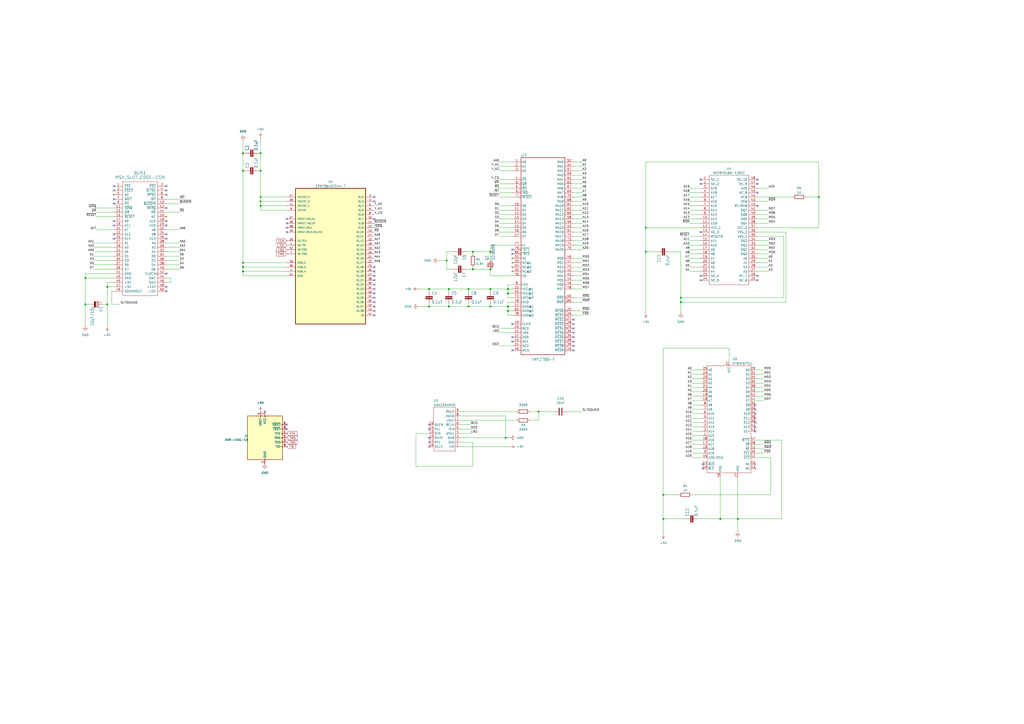
<source format=kicad_sch>
(kicad_sch (version 20231120) (generator "eeschema") (generator_version "8.0")
  (paper "A2")
  (title_block (title "MSX OPL4 Wozblaster Reloaded") (date "2024-11-18") (rev "4.5") (company "The Retro Hacker") (comment 2 "Reloaded by Cristiano Goncalves") (comment 3 "Original Design by Gustavo Iriarte") (comment 4 "Wozblaster Reloaded"))
  (junction (at 294.64 177.8))
  (junction (at 394.97 172.72))
  (junction (at 427.99 300.99))
  (junction (at 62.23 176.53))
  (junction (at 151.13 88.9))
  (junction (at 293.37 254))
  (junction (at 284.48 177.8))
  (junction (at 49.53 161.29))
  (junction (at 271.78 177.8))
  (junction (at 259.08 151.13))
  (junction (at 49.53 176.53))
  (junction (at 294.64 167.64))
  (junction (at 260.35 177.8))
  (junction (at 140.97 88.9))
  (junction (at 384.81 300.99))
  (junction (at 140.97 154.94))
  (junction (at 384.81 287.02))
  (junction (at 284.48 146.05))
  (junction (at 271.78 167.64))
  (junction (at 248.92 167.64))
  (junction (at 394.97 175.26))
  (junction (at 294.64 170.18))
  (junction (at 62.23 166.37))
  (junction (at 374.65 132.08))
  (junction (at 140.97 152.4))
  (junction (at 151.13 116.84))
  (junction (at 294.64 180.34))
  (junction (at 140.97 99.06))
  (junction (at 151.13 99.06))
  (junction (at 274.32 146.05))
  (junction (at 312.42 238.76))
  (junction (at 274.32 156.21))
  (junction (at 151.13 114.3))
  (junction (at 140.97 157.48))
  (junction (at 284.48 167.64))
  (junction (at 417.83 300.99))
  (junction (at 151.13 119.38))
  (junction (at 374.65 146.05))
  (junction (at 260.35 167.64))
  (junction (at 474.98 114.3))
  (junction (at 248.92 177.8))
  (junction (at 284.48 156.21))
  (no_connect (at 217.17 180.34))
  (no_connect (at 439.42 106.68))
  (no_connect (at 217.17 165.1))
  (no_connect (at 439.42 162.56))
  (no_connect (at 438.15 250.19))
  (no_connect (at 166.37 129.54))
  (no_connect (at 297.18 187.96))
  (no_connect (at 438.15 240.03))
  (no_connect (at 217.17 162.56))
  (no_connect (at 217.17 116.84))
  (no_connect (at 166.37 246.38))
  (no_connect (at 407.67 269.24))
  (no_connect (at 407.67 271.78))
  (no_connect (at 217.17 157.48))
  (no_connect (at 406.4 162.56))
  (no_connect (at 248.92 259.08))
  (no_connect (at 438.15 247.65))
  (no_connect (at 248.92 254))
  (no_connect (at 248.92 256.54))
  (no_connect (at 438.15 242.57))
  (no_connect (at 332.74 187.96))
  (no_connect (at 332.74 185.42))
  (no_connect (at 332.74 193.04))
  (no_connect (at 332.74 190.5))
  (no_connect (at 332.74 203.2))
  (no_connect (at 332.74 200.66))
  (no_connect (at 66.04 138.43))
  (no_connect (at 66.04 135.89))
  (no_connect (at 66.04 128.27))
  (no_connect (at 66.04 130.81))
  (no_connect (at 96.52 158.75))
  (no_connect (at 96.52 135.89))
  (no_connect (at 96.52 138.43))
  (no_connect (at 297.18 144.78))
  (no_connect (at 297.18 147.32))
  (no_connect (at 153.67 238.76))
  (no_connect (at 166.37 132.08))
  (no_connect (at 297.18 195.58))
  (no_connect (at 166.37 248.92))
  (no_connect (at 217.17 182.88))
  (no_connect (at 166.37 127))
  (no_connect (at 406.4 104.14))
  (no_connect (at 166.37 134.62))
  (no_connect (at 217.17 175.26))
  (no_connect (at 439.42 160.02))
  (no_connect (at 217.17 170.18))
  (no_connect (at 297.18 198.12))
  (no_connect (at 297.18 203.2))
  (no_connect (at 217.17 160.02))
  (no_connect (at 248.92 248.92))
  (no_connect (at 332.74 198.12))
  (no_connect (at 96.52 168.91))
  (no_connect (at 406.4 160.02))
  (no_connect (at 438.15 237.49))
  (no_connect (at 406.4 106.68))
  (no_connect (at 217.17 172.72))
  (no_connect (at 332.74 195.58))
  (no_connect (at 438.15 234.95))
  (no_connect (at 217.17 177.8))
  (no_connect (at 217.17 114.3))
  (no_connect (at 248.92 246.38))
  (no_connect (at 439.42 104.14))
  (no_connect (at 217.17 167.64))
  (no_connect (at 438.15 245.11))
  (no_connect (at 217.17 127))
  (no_connect (at 217.17 154.94))
  (no_connect (at 439.42 111.76))
  (no_connect (at 439.42 119.38))
  (no_connect (at 96.52 128.27))
  (no_connect (at 96.52 130.81))
  (no_connect (at 96.52 166.37))
  (no_connect (at 406.4 134.62))
  (no_connect (at 66.04 107.95))
  (no_connect (at 66.04 110.49))
  (no_connect (at 66.04 115.57))
  (no_connect (at 66.04 118.11))
  (no_connect (at 96.52 107.95))
  (no_connect (at 96.52 110.49))
  (no_connect (at 96.52 113.03))
  (no_connect (at 96.52 120.65))
  (wire (pts (xy 284.48 160.02) (xy 297.18 160.02)))
  (wire (pts (xy 401.32 234.95) (xy 407.67 234.95)))
  (wire (pts (xy 289.56 93.98) (xy 297.18 93.98)))
  (wire (pts (xy 401.32 265.43) (xy 407.67 265.43)))
  (wire (pts (xy 140.97 157.48) (xy 140.97 160.02)))
  (wire (pts (xy 289.56 111.76) (xy 297.18 111.76)))
  (wire (pts (xy 401.32 247.65) (xy 407.67 247.65)))
  (wire (pts (xy 401.32 214.63) (xy 407.67 214.63)))
  (wire (pts (xy 455.93 175.26) (xy 394.97 175.26)))
  (wire (pts (xy 294.64 170.18) (xy 294.64 172.72)))
  (wire (pts (xy 401.32 229.87) (xy 407.67 229.87)))
  (wire (pts (xy 332.74 157.48) (xy 337.82 157.48)))
  (wire (pts (xy 394.97 172.72) (xy 394.97 175.26)))
  (wire (pts (xy 289.56 121.92) (xy 297.18 121.92)))
  (wire (pts (xy 401.32 245.11) (xy 407.67 245.11)))
  (wire (pts (xy 289.56 124.46) (xy 297.18 124.46)))
  (wire (pts (xy 454.66 137.16) (xy 454.66 172.72)))
  (wire (pts (xy 274.32 154.94) (xy 274.32 156.21)))
  (wire (pts (xy 55.88 120.65) (xy 66.04 120.65)))
  (wire (pts (xy 96.52 153.67) (xy 104.14 153.67)))
  (wire (pts (xy 271.78 177.8) (xy 284.48 177.8)))
  (wire (pts (xy 55.88 125.73) (xy 66.04 125.73)))
  (wire (pts (xy 374.65 146.05) (xy 374.65 181.61)))
  (wire (pts (xy 49.53 161.29) (xy 66.04 161.29)))
  (wire (pts (xy 289.56 190.5) (xy 297.18 190.5)))
  (wire (pts (xy 49.53 158.75) (xy 49.53 161.29)))
  (wire (pts (xy 96.52 156.21) (xy 104.14 156.21)))
  (wire (pts (xy 266.7 248.92) (xy 273.05 248.92)))
  (wire (pts (xy 422.91 209.55) (xy 422.91 201.93)))
  (wire (pts (xy 332.74 139.7) (xy 337.82 139.7)))
  (wire (pts (xy 293.37 241.3) (xy 293.37 254)))
  (wire (pts (xy 294.64 170.18) (xy 297.18 170.18)))
  (wire (pts (xy 417.83 300.99) (xy 427.99 300.99)))
  (wire (pts (xy 332.74 149.86) (xy 337.82 149.86)))
  (wire (pts (xy 151.13 114.3) (xy 166.37 114.3)))
  (wire (pts (xy 400.05 157.48) (xy 406.4 157.48)))
  (wire (pts (xy 62.23 166.37) (xy 66.04 166.37)))
  (wire (pts (xy 439.42 154.94) (xy 445.77 154.94)))
  (wire (pts (xy 438.15 222.25) (xy 443.23 222.25)))
  (wire (pts (xy 439.42 134.62) (xy 455.93 134.62)))
  (wire (pts (xy 294.64 180.34) (xy 294.64 182.88)))
  (wire (pts (xy 328.93 238.76) (xy 337.82 238.76)))
  (wire (pts (xy 270.51 156.21) (xy 274.32 156.21)))
  (wire (pts (xy 274.32 256.54) (xy 274.32 270.51)))
  (wire (pts (xy 332.74 180.34) (xy 337.82 180.34)))
  (wire (pts (xy 284.48 167.64) (xy 294.64 167.64)))
  (wire (pts (xy 151.13 116.84) (xy 151.13 114.3)))
  (wire (pts (xy 332.74 160.02) (xy 337.82 160.02)))
  (wire (pts (xy 266.7 256.54) (xy 274.32 256.54)))
  (wire (pts (xy 274.32 270.51) (xy 241.3 270.51)))
  (wire (pts (xy 400.05 152.4) (xy 406.4 152.4)))
  (wire (pts (xy 312.42 238.76) (xy 321.31 238.76)))
  (wire (pts (xy 439.42 152.4) (xy 445.77 152.4)))
  (wire (pts (xy 405.13 300.99) (xy 417.83 300.99)))
  (wire (pts (xy 96.52 161.29) (xy 99.06 161.29)))
  (wire (pts (xy 439.42 121.92) (xy 445.77 121.92)))
  (wire (pts (xy 401.32 262.89) (xy 407.67 262.89)))
  (wire (pts (xy 384.81 300.99) (xy 384.81 309.88)))
  (wire (pts (xy 384.81 287.02) (xy 384.81 300.99)))
  (wire (pts (xy 266.7 254) (xy 293.37 254)))
  (wire (pts (xy 254 151.13) (xy 259.08 151.13)))
  (wire (pts (xy 439.42 114.3) (xy 459.74 114.3)))
  (wire (pts (xy 401.32 237.49) (xy 407.67 237.49)))
  (wire (pts (xy 474.98 132.08) (xy 474.98 114.3)))
  (wire (pts (xy 400.05 121.92) (xy 406.4 121.92)))
  (wire (pts (xy 439.42 109.22) (xy 445.77 109.22)))
  (wire (pts (xy 49.53 176.53) (xy 52.07 176.53)))
  (wire (pts (xy 284.48 177.8) (xy 294.64 177.8)))
  (wire (pts (xy 438.15 229.87) (xy 443.23 229.87)))
  (wire (pts (xy 289.56 99.06) (xy 297.18 99.06)))
  (wire (pts (xy 400.05 116.84) (xy 406.4 116.84)))
  (wire (pts (xy 400.05 111.76) (xy 406.4 111.76)))
  (wire (pts (xy 439.42 149.86) (xy 445.77 149.86)))
  (wire (pts (xy 400.05 137.16) (xy 406.4 137.16)))
  (wire (pts (xy 438.15 217.17) (xy 443.23 217.17)))
  (wire (pts (xy 294.64 175.26) (xy 294.64 177.8)))
  (wire (pts (xy 289.56 129.54) (xy 297.18 129.54)))
  (wire (pts (xy 166.37 160.02) (xy 140.97 160.02)))
  (wire (pts (xy 439.42 139.7) (xy 445.77 139.7)))
  (wire (pts (xy 438.15 224.79) (xy 443.23 224.79)))
  (wire (pts (xy 455.93 134.62) (xy 455.93 175.26)))
  (wire (pts (xy 294.64 165.1) (xy 294.64 167.64)))
  (wire (pts (xy 332.74 134.62) (xy 337.82 134.62)))
  (wire (pts (xy 400.05 127) (xy 406.4 127)))
  (wire (pts (xy 439.42 137.16) (xy 454.66 137.16)))
  (wire (pts (xy 384.81 300.99) (xy 397.51 300.99)))
  (wire (pts (xy 54.61 151.13) (xy 66.04 151.13)))
  (wire (pts (xy 140.97 99.06) (xy 140.97 152.4)))
  (wire (pts (xy 55.88 133.35) (xy 66.04 133.35)))
  (wire (pts (xy 294.64 167.64) (xy 297.18 167.64)))
  (wire (pts (xy 271.78 167.64) (xy 284.48 167.64)))
  (wire (pts (xy 401.32 287.02) (xy 447.04 287.02)))
  (wire (pts (xy 401.32 227.33) (xy 407.67 227.33)))
  (wire (pts (xy 332.74 142.24) (xy 337.82 142.24)))
  (wire (pts (xy 401.32 232.41) (xy 407.67 232.41)))
  (wire (pts (xy 332.74 175.26) (xy 337.82 175.26)))
  (wire (pts (xy 271.78 177.8) (xy 271.78 176.53)))
  (wire (pts (xy 439.42 142.24) (xy 445.77 142.24)))
  (wire (pts (xy 260.35 167.64) (xy 260.35 168.91)))
  (wire (pts (xy 96.52 140.97) (xy 104.14 140.97)))
  (wire (pts (xy 289.56 134.62) (xy 297.18 134.62)))
  (wire (pts (xy 62.23 163.83) (xy 66.04 163.83)))
  (wire (pts (xy 248.92 177.8) (xy 260.35 177.8)))
  (wire (pts (xy 332.74 96.52) (xy 337.82 96.52)))
  (wire (pts (xy 394.97 175.26) (xy 394.97 181.61)))
  (wire (pts (xy 332.74 93.98) (xy 337.82 93.98)))
  (wire (pts (xy 394.97 146.05) (xy 394.97 172.72)))
  (wire (pts (xy 248.92 177.8) (xy 248.92 176.53)))
  (wire (pts (xy 96.52 115.57) (xy 104.14 115.57)))
  (wire (pts (xy 307.34 238.76) (xy 312.42 238.76)))
  (wire (pts (xy 289.56 106.68) (xy 297.18 106.68)))
  (wire (pts (xy 62.23 166.37) (xy 62.23 176.53)))
  (wire (pts (xy 417.83 276.86) (xy 417.83 300.99)))
  (wire (pts (xy 439.42 124.46) (xy 445.77 124.46)))
  (wire (pts (xy 332.74 129.54) (xy 337.82 129.54)))
  (wire (pts (xy 454.66 172.72) (xy 394.97 172.72)))
  (wire (pts (xy 96.52 148.59) (xy 104.14 148.59)))
  (wire (pts (xy 400.05 142.24) (xy 406.4 142.24)))
  (wire (pts (xy 438.15 219.71) (xy 443.23 219.71)))
  (wire (pts (xy 284.48 156.21) (xy 284.48 160.02)))
  (wire (pts (xy 400.05 109.22) (xy 406.4 109.22)))
  (wire (pts (xy 400.05 139.7) (xy 406.4 139.7)))
  (wire (pts (xy 49.53 176.53) (xy 49.53 189.23)))
  (wire (pts (xy 96.52 133.35) (xy 104.14 133.35)))
  (wire (pts (xy 140.97 152.4) (xy 140.97 154.94)))
  (wire (pts (xy 242.57 167.64) (xy 248.92 167.64)))
  (wire (pts (xy 289.56 193.04) (xy 297.18 193.04)))
  (wire (pts (xy 438.15 265.43) (xy 447.04 265.43)))
  (wire (pts (xy 96.52 151.13) (xy 104.14 151.13)))
  (wire (pts (xy 266.7 259.08) (xy 295.91 259.08)))
  (wire (pts (xy 297.18 175.26) (xy 294.64 175.26)))
  (wire (pts (xy 401.32 217.17) (xy 407.67 217.17)))
  (wire (pts (xy 289.56 104.14) (xy 297.18 104.14)))
  (wire (pts (xy 438.15 257.81) (xy 443.23 257.81)))
  (wire (pts (xy 332.74 137.16) (xy 337.82 137.16)))
  (wire (pts (xy 260.35 167.64) (xy 271.78 167.64)))
  (wire (pts (xy 312.42 243.84) (xy 312.42 238.76)))
  (wire (pts (xy 274.32 156.21) (xy 284.48 156.21)))
  (wire (pts (xy 374.65 132.08) (xy 406.4 132.08)))
  (wire (pts (xy 467.36 114.3) (xy 474.98 114.3)))
  (wire (pts (xy 332.74 104.14) (xy 337.82 104.14)))
  (wire (pts (xy 332.74 119.38) (xy 337.82 119.38)))
  (wire (pts (xy 140.97 88.9) (xy 140.97 99.06)))
  (wire (pts (xy 332.74 116.84) (xy 337.82 116.84)))
  (wire (pts (xy 151.13 88.9) (xy 151.13 80.01)))
  (wire (pts (xy 241.3 270.51) (xy 241.3 251.46)))
  (wire (pts (xy 332.74 101.6) (xy 337.82 101.6)))
  (wire (pts (xy 447.04 265.43) (xy 447.04 287.02)))
  (wire (pts (xy 401.32 250.19) (xy 407.67 250.19)))
  (wire (pts (xy 401.32 252.73) (xy 407.67 252.73)))
  (wire (pts (xy 266.7 246.38) (xy 273.05 246.38)))
  (wire (pts (xy 266.7 238.76) (xy 299.72 238.76)))
  (wire (pts (xy 289.56 119.38) (xy 297.18 119.38)))
  (wire (pts (xy 49.53 161.29) (xy 49.53 176.53)))
  (wire (pts (xy 262.89 156.21) (xy 259.08 156.21)))
  (wire (pts (xy 332.74 144.78) (xy 337.82 144.78)))
  (wire (pts (xy 262.89 146.05) (xy 259.08 146.05)))
  (wire (pts (xy 439.42 132.08) (xy 474.98 132.08)))
  (wire (pts (xy 438.15 255.27) (xy 453.39 255.27)))
  (wire (pts (xy 427.99 276.86) (xy 427.99 300.99)))
  (wire (pts (xy 59.69 176.53) (xy 62.23 176.53)))
  (wire (pts (xy 332.74 124.46) (xy 337.82 124.46)))
  (wire (pts (xy 400.05 147.32) (xy 406.4 147.32)))
  (wire (pts (xy 332.74 154.94) (xy 337.82 154.94)))
  (wire (pts (xy 374.65 93.98) (xy 374.65 132.08)))
  (wire (pts (xy 332.74 99.06) (xy 337.82 99.06)))
  (wire (pts (xy 297.18 177.8) (xy 294.64 177.8)))
  (wire (pts (xy 384.81 201.93) (xy 384.81 287.02)))
  (wire (pts (xy 54.61 140.97) (xy 66.04 140.97)))
  (wire (pts (xy 439.42 129.54) (xy 445.77 129.54)))
  (wire (pts (xy 96.52 146.05) (xy 104.14 146.05)))
  (wire (pts (xy 62.23 176.53) (xy 62.23 189.23)))
  (wire (pts (xy 400.05 149.86) (xy 406.4 149.86)))
  (wire (pts (xy 289.56 132.08) (xy 297.18 132.08)))
  (wire (pts (xy 151.13 114.3) (xy 151.13 99.06)))
  (wire (pts (xy 140.97 152.4) (xy 166.37 152.4)))
  (wire (pts (xy 294.64 172.72) (xy 297.18 172.72)))
  (wire (pts (xy 374.65 93.98) (xy 474.98 93.98)))
  (wire (pts (xy 284.48 176.53) (xy 284.48 177.8)))
  (wire (pts (xy 438.15 214.63) (xy 443.23 214.63)))
  (wire (pts (xy 332.74 167.64) (xy 337.82 167.64)))
  (wire (pts (xy 64.77 168.91) (xy 66.04 168.91)))
  (wire (pts (xy 241.3 251.46) (xy 248.92 251.46)))
  (wire (pts (xy 438.15 227.33) (xy 443.23 227.33)))
  (wire (pts (xy 384.81 287.02) (xy 393.7 287.02)))
  (wire (pts (xy 289.56 127) (xy 297.18 127)))
  (wire (pts (xy 388.62 146.05) (xy 394.97 146.05)))
  (wire (pts (xy 266.7 243.84) (xy 299.72 243.84)))
  (wire (pts (xy 453.39 255.27) (xy 453.39 300.99)))
  (wire (pts (xy 294.64 182.88) (xy 297.18 182.88)))
  (wire (pts (xy 99.06 161.29) (xy 99.06 163.83)))
  (wire (pts (xy 140.97 154.94) (xy 166.37 154.94)))
  (wire (pts (xy 332.74 114.3) (xy 337.82 114.3)))
  (wire (pts (xy 400.05 129.54) (xy 406.4 129.54)))
  (wire (pts (xy 260.35 177.8) (xy 260.35 176.53)))
  (wire (pts (xy 297.18 180.34) (xy 294.64 180.34)))
  (wire (pts (xy 427.99 300.99) (xy 427.99 308.61)))
  (wire (pts (xy 151.13 121.92) (xy 151.13 119.38)))
  (wire (pts (xy 151.13 99.06) (xy 151.13 88.9)))
  (wire (pts (xy 374.65 146.05) (xy 381 146.05)))
  (wire (pts (xy 439.42 147.32) (xy 445.77 147.32)))
  (wire (pts (xy 96.52 123.19) (xy 104.14 123.19)))
  (wire (pts (xy 271.78 167.64) (xy 271.78 168.91)))
  (wire (pts (xy 293.37 254) (xy 295.91 254)))
  (wire (pts (xy 284.48 167.64) (xy 284.48 168.91)))
  (wire (pts (xy 151.13 116.84) (xy 166.37 116.84)))
  (wire (pts (xy 54.61 148.59) (xy 66.04 148.59)))
  (wire (pts (xy 332.74 172.72) (xy 337.82 172.72)))
  (wire (pts (xy 54.61 143.51) (xy 66.04 143.51)))
  (wire (pts (xy 62.23 163.83) (xy 62.23 166.37)))
  (wire (pts (xy 438.15 262.89) (xy 443.23 262.89)))
  (wire (pts (xy 54.61 146.05) (xy 66.04 146.05)))
  (wire (pts (xy 474.98 114.3) (xy 474.98 93.98)))
  (wire (pts (xy 289.56 200.66) (xy 297.18 200.66)))
  (wire (pts (xy 96.52 143.51) (xy 104.14 143.51)))
  (wire (pts (xy 151.13 119.38) (xy 166.37 119.38)))
  (wire (pts (xy 439.42 127) (xy 445.77 127)))
  (wire (pts (xy 422.91 201.93) (xy 384.81 201.93)))
  (wire (pts (xy 64.77 176.53) (xy 69.85 176.53)))
  (wire (pts (xy 332.74 127) (xy 337.82 127)))
  (wire (pts (xy 401.32 240.03) (xy 407.67 240.03)))
  (wire (pts (xy 401.32 219.71) (xy 407.67 219.71)))
  (wire (pts (xy 400.05 144.78) (xy 406.4 144.78)))
  (wire (pts (xy 242.57 177.8) (xy 248.92 177.8)))
  (wire (pts (xy 99.06 163.83) (xy 96.52 163.83)))
  (wire (pts (xy 297.18 165.1) (xy 294.64 165.1)))
  (wire (pts (xy 259.08 151.13) (xy 259.08 156.21)))
  (wire (pts (xy 401.32 255.27) (xy 407.67 255.27)))
  (wire (pts (xy 140.97 99.06) (xy 142.24 99.06)))
  (wire (pts (xy 248.92 167.64) (xy 260.35 167.64)))
  (wire (pts (xy 96.52 118.11) (xy 104.14 118.11)))
  (wire (pts (xy 400.05 124.46) (xy 406.4 124.46)))
  (wire (pts (xy 266.7 251.46) (xy 273.05 251.46)))
  (wire (pts (xy 332.74 152.4) (xy 337.82 152.4)))
  (wire (pts (xy 284.48 142.24) (xy 297.18 142.24)))
  (wire (pts (xy 49.53 158.75) (xy 66.04 158.75)))
  (wire (pts (xy 401.32 260.35) (xy 407.67 260.35)))
  (wire (pts (xy 374.65 132.08) (xy 374.65 146.05)))
  (wire (pts (xy 166.37 121.92) (xy 151.13 121.92)))
  (wire (pts (xy 439.42 144.78) (xy 445.77 144.78)))
  (wire (pts (xy 307.34 243.84) (xy 312.42 243.84)))
  (wire (pts (xy 140.97 157.48) (xy 166.37 157.48)))
  (wire (pts (xy 259.08 146.05) (xy 259.08 151.13)))
  (wire (pts (xy 260.35 177.8) (xy 271.78 177.8)))
  (wire (pts (xy 294.64 177.8) (xy 294.64 180.34)))
  (wire (pts (xy 439.42 116.84) (xy 445.77 116.84)))
  (wire (pts (xy 332.74 132.08) (xy 337.82 132.08)))
  (wire (pts (xy 332.74 111.76) (xy 337.82 111.76)))
  (wire (pts (xy 284.48 146.05) (xy 284.48 151.13)))
  (wire (pts (xy 54.61 153.67) (xy 66.04 153.67)))
  (wire (pts (xy 149.86 88.9) (xy 151.13 88.9)))
  (wire (pts (xy 289.56 109.22) (xy 297.18 109.22)))
  (wire (pts (xy 289.56 114.3) (xy 297.18 114.3)))
  (wire (pts (xy 54.61 156.21) (xy 66.04 156.21)))
  (wire (pts (xy 401.32 257.81) (xy 407.67 257.81)))
  (wire (pts (xy 401.32 242.57) (xy 407.67 242.57)))
  (wire (pts (xy 64.77 168.91) (xy 64.77 176.53)))
  (wire (pts (xy 453.39 300.99) (xy 427.99 300.99)))
  (wire (pts (xy 400.05 114.3) (xy 406.4 114.3)))
  (wire (pts (xy 266.7 241.3) (xy 293.37 241.3)))
  (wire (pts (xy 289.56 137.16) (xy 297.18 137.16)))
  (wire (pts (xy 439.42 157.48) (xy 445.77 157.48)))
  (wire (pts (xy 401.32 222.25) (xy 407.67 222.25)))
  (wire (pts (xy 274.32 146.05) (xy 274.32 147.32)))
  (wire (pts (xy 284.48 142.24) (xy 284.48 146.05)))
  (wire (pts (xy 55.88 123.19) (xy 66.04 123.19)))
  (wire (pts (xy 294.64 167.64) (xy 294.64 170.18)))
  (wire (pts (xy 332.74 162.56) (xy 337.82 162.56)))
  (wire (pts (xy 400.05 119.38) (xy 406.4 119.38)))
  (wire (pts (xy 400.05 154.94) (xy 406.4 154.94)))
  (wire (pts (xy 151.13 119.38) (xy 151.13 116.84)))
  (wire (pts (xy 140.97 154.94) (xy 140.97 157.48)))
  (wire (pts (xy 438.15 232.41) (xy 443.23 232.41)))
  (wire (pts (xy 438.15 260.35) (xy 443.23 260.35)))
  (wire (pts (xy 248.92 167.64) (xy 248.92 168.91)))
  (wire (pts (xy 289.56 96.52) (xy 297.18 96.52)))
  (wire (pts (xy 332.74 121.92) (xy 337.82 121.92)))
  (wire (pts (xy 332.74 109.22) (xy 337.82 109.22)))
  (wire (pts (xy 140.97 88.9) (xy 142.24 88.9)))
  (wire (pts (xy 332.74 182.88) (xy 337.82 182.88)))
  (wire (pts (xy 401.32 224.79) (xy 407.67 224.79)))
  (wire (pts (xy 332.74 165.1) (xy 337.82 165.1)))
  (wire (pts (xy 274.32 146.05) (xy 284.48 146.05)))
  (wire (pts (xy 149.86 99.06) (xy 151.13 99.06)))
  (wire (pts (xy 140.97 81.28) (xy 140.97 88.9)))
  (wire (pts (xy 332.74 106.68) (xy 337.82 106.68)))
  (wire (pts (xy 270.51 146.05) (xy 274.32 146.05)))
  (label "MD4" (at 445.77 129.54 0) (effects (font (size 1.2446 1.2446))))
  (label "Y_A1" (at 289.56 96.52 180))
  (label "AA3" (at 54.61 143.51 180) (effects (font (size 1.2446 1.2446))))
  (label "~{MRD}" (at 443.23 257.81 0) (effects (font (size 1.2446 1.2446))))
  (label "AA2" (at 104.14 143.51 0) (effects (font (size 1.2446 1.2446))))
  (label "A17" (at 400.05 114.3 180) (effects (font (size 1.2446 1.2446))))
  (label "A0" (at 401.32 214.63 180) (effects (font (size 1.2446 1.2446))))
  (label "A6" (at 401.32 229.87 180) (effects (font (size 1.2446 1.2446))))
  (label "Y_A2" (at 217.17 119.38 0))
  (label "~{RESET}" (at 55.88 125.73 180) (effects (font (size 1.2446 1.2446))))
  (label "D1" (at 289.56 121.92 180) (effects (font (size 1.2446 1.2446))))
  (label "A20" (at 337.82 144.78 0) (effects (font (size 1.2446 1.2446))))
  (label "A13" (at 337.82 127 0) (effects (font (size 1.2446 1.2446))))
  (label "A16" (at 337.82 134.62 0) (effects (font (size 1.2446 1.2446))))
  (label "AA3" (at 217.17 147.32 0) (effects (font (size 1.2446 1.2446))))
  (label "MD6" (at 337.82 165.1 0) (effects (font (size 1.2446 1.2446))))
  (label "~{RESET}" (at 289.56 114.3 180) (effects (font (size 1.2446 1.2446))))
  (label "~{IORQ}" (at 55.88 120.65 180) (effects (font (size 1.2446 1.2446))))
  (label "Y_CS" (at 289.56 104.14 180))
  (label "~{RESET}" (at 400.05 137.16 180) (effects (font (size 1.2446 1.2446))))
  (label "A3" (at 401.32 222.25 180) (effects (font (size 1.2446 1.2446))))
  (label "MD2" (at 445.77 142.24 0) (effects (font (size 1.2446 1.2446))))
  (label "A10" (at 401.32 240.03 180) (effects (font (size 1.2446 1.2446))))
  (label "~{BUSDIR}" (at 217.17 129.54 0) (effects (font (size 1.2446 1.2446))))
  (label "D0" (at 104.14 148.59 0) (effects (font (size 1.2446 1.2446))))
  (label "LRO" (at 289.56 193.04 180))
  (label "~{RD}" (at 289.56 109.22 180) (effects (font (size 1.2446 1.2446))))
  (label "A5" (at 400.05 154.94 180) (effects (font (size 1.2446 1.2446))))
  (label "MD2" (at 337.82 154.94 0) (effects (font (size 1.2446 1.2446))))
  (label "MD5" (at 443.23 227.33 0) (effects (font (size 1.2446 1.2446))))
  (label "A1" (at 401.32 217.17 180) (effects (font (size 1.2446 1.2446))))
  (label "MD4" (at 443.23 224.79 0) (effects (font (size 1.2446 1.2446))))
  (label "MD4" (at 337.82 160.02 0) (effects (font (size 1.2446 1.2446))))
  (label "A8" (at 401.32 234.95 180) (effects (font (size 1.2446 1.2446))))
  (label "A14" (at 400.05 121.92 180) (effects (font (size 1.2446 1.2446))))
  (label "~{ROM}" (at 337.82 180.34 0) (effects (font (size 1.2446 1.2446))))
  (label "A1" (at 337.82 96.52 0) (effects (font (size 1.2446 1.2446))))
  (label "AA7" (at 217.17 139.7 0) (effects (font (size 1.2446 1.2446))))
  (label "A5" (at 337.82 106.68 0) (effects (font (size 1.2446 1.2446))))
  (label "~{INT}" (at 104.14 115.57 0) (effects (font (size 1.2446 1.2446))))
  (label "Y_A2" (at 289.56 99.06 180))
  (label "~{WR}" (at 289.56 106.68 180) (effects (font (size 1.2446 1.2446))))
  (label "A7" (at 401.32 232.41 180) (effects (font (size 1.2446 1.2446))))
  (label "A18" (at 337.82 139.7 0) (effects (font (size 1.2446 1.2446))))
  (label "~{BUSDIR}" (at 104.14 118.11 0) (effects (font (size 1.2446 1.2446))))
  (label "D5" (at 289.56 132.08 180) (effects (font (size 1.2446 1.2446))))
  (label "A2" (at 337.82 99.06 0) (effects (font (size 1.2446 1.2446))))
  (label "AA0" (at 104.14 140.97 0) (effects (font (size 1.2446 1.2446))))
  (label "A12" (at 337.82 124.46 0) (effects (font (size 1.2446 1.2446))))
  (label "A5" (at 401.32 227.33 180) (effects (font (size 1.2446 1.2446))))
  (label "A0" (at 337.82 93.98 0) (effects (font (size 1.2446 1.2446))))
  (label "D7" (at 54.61 156.21 180) (effects (font (size 1.2446 1.2446))))
  (label "A16" (at 401.32 255.27 180) (effects (font (size 1.2446 1.2446))))
  (label "A12" (at 400.05 127 180) (effects (font (size 1.2446 1.2446))))
  (label "A14" (at 401.32 250.19 180) (effects (font (size 1.2446 1.2446))))
  (label "AA2" (at 217.17 144.78 0) (effects (font (size 1.2446 1.2446))))
  (label "DO2" (at 273.05 248.92 0))
  (label "MD6" (at 443.23 229.87 0) (effects (font (size 1.2446 1.2446))))
  (label "D5" (at 54.61 153.67 180) (effects (font (size 1.2446 1.2446))))
  (label "AA4" (at 217.17 149.86 0) (effects (font (size 1.2446 1.2446))))
  (label "A7" (at 337.82 111.76 0) (effects (font (size 1.2446 1.2446))))
  (label "A18" (at 400.05 111.76 180) (effects (font (size 1.2446 1.2446))))
  (label "MD1" (at 443.23 217.17 0) (effects (font (size 1.2446 1.2446))))
  (label "AA4" (at 104.14 146.05 0) (effects (font (size 1.2446 1.2446))))
  (label "MD1" (at 337.82 152.4 0) (effects (font (size 1.2446 1.2446))))
  (label "AA0" (at 289.56 93.98 180) (effects (font (size 1.1735 1.1735))))
  (label "~{ROM}" (at 400.05 129.54 180) (effects (font (size 1.2446 1.2446))))
  (label "A19" (at 401.32 262.89 180) (effects (font (size 1.2446 1.2446))))
  (label "A4" (at 400.05 157.48 180) (effects (font (size 1.2446 1.2446))))
  (label "A1" (at 445.77 152.4 0) (effects (font (size 1.2446 1.2446))))
  (label "A17" (at 337.82 137.16 0) (effects (font (size 1.2446 1.2446))))
  (label "BCO" (at 273.05 246.38 0))
  (label "A16" (at 400.05 116.84 180) (effects (font (size 1.2446 1.2446))))
  (label "Y_CS" (at 217.17 124.46 0))
  (label "AA1" (at 54.61 140.97 180) (effects (font (size 1.2446 1.2446))))
  (label "MD5" (at 337.82 162.56 0) (effects (font (size 1.2446 1.2446))))
  (label "AA5" (at 54.61 146.05 180) (effects (font (size 1.2446 1.2446))))
  (label "AA6" (at 104.14 133.35 0) (effects (font (size 1.2446 1.2446))))
  (label "~{RD}" (at 217.17 134.62 0) (effects (font (size 1.2446 1.2446))))
  (label "D0" (at 289.56 119.38 180) (effects (font (size 1.2446 1.2446))))
  (label "MD6" (at 445.77 124.46 0) (effects (font (size 1.2446 1.2446))))
  (label "A9" (at 337.82 116.84 0) (effects (font (size 1.2446 1.2446))))
  (label "MD7" (at 443.23 232.41 0) (effects (font (size 1.2446 1.2446))))
  (label "A0" (at 445.77 149.86 0) (effects (font (size 1.2446 1.2446))))
  (label "A4" (at 401.32 224.79 180) (effects (font (size 1.2446 1.2446))))
  (label "~{ROM}" (at 445.77 116.84 0) (effects (font (size 1.2446 1.2446))))
  (label "A12" (at 401.32 245.11 180) (effects (font (size 1.2446 1.2446))))
  (label "MD3" (at 443.23 222.25 0) (effects (font (size 1.2446 1.2446))))
  (label "A9" (at 401.32 237.49 180) (effects (font (size 1.2446 1.2446))))
  (label "MD3" (at 337.82 157.48 0) (effects (font (size 1.2446 1.2446))))
  (label "D7" (at 289.56 137.16 180) (effects (font (size 1.2446 1.2446))))
  (label "A14" (at 337.82 129.54 0) (effects (font (size 1.2446 1.2446))))
  (label "D1" (at 54.61 148.59 180) (effects (font (size 1.2446 1.2446))))
  (label "A4" (at 337.82 104.14 0) (effects (font (size 1.2446 1.2446))))
  (label "MD0" (at 443.23 214.63 0) (effects (font (size 1.2446 1.2446))))
  (label "A10" (at 337.82 119.38 0) (effects (font (size 1.2446 1.2446))))
  (label "DO2" (at 289.56 200.66 180))
  (label "MD7" (at 445.77 121.92 0) (effects (font (size 1.2446 1.2446))))
  (label "A17" (at 401.32 257.81 180) (effects (font (size 1.2446 1.2446))))
  (label "A20" (at 401.32 265.43 180) (effects (font (size 1.2446 1.2446))))
  (label "LRO" (at 273.05 251.46 0))
  (label "~{CS0}" (at 443.23 262.89 0) (effects (font (size 1.2446 1.2446))))
  (label "AA1" (at 217.17 142.24 0) (effects (font (size 1.2446 1.2446))))
  (label "A11" (at 337.82 121.92 0) (effects (font (size 1.2446 1.2446))))
  (label "A2" (at 401.32 219.71 180) (effects (font (size 1.2446 1.2446))))
  (label "D6" (at 289.56 134.62 180) (effects (font (size 1.2446 1.2446))))
  (label "~{INT}" (at 289.56 111.76 180) (effects (font (size 1.2446 1.2446))))
  (label "AA7" (at 55.88 133.35 180) (effects (font (size 1.2446 1.2446))))
  (label "A18" (at 401.32 260.35 180) (effects (font (size 1.2446 1.2446))))
  (label "MD3" (at 445.77 139.7 0) (effects (font (size 1.2446 1.2446))))
  (label "A6" (at 400.05 152.4 180) (effects (font (size 1.2446 1.2446))))
  (label "MD1" (at 445.77 144.78 0) (effects (font (size 1.2446 1.2446))))
  (label "A11" (at 401.32 242.57 180) (effects (font (size 1.2446 1.2446))))
  (label "BCO" (at 289.56 190.5 180))
  (label "A19" (at 337.82 142.24 0) (effects (font (size 1.2446 1.2446))))
  (label "MD5" (at 445.77 127 0) (effects (font (size 1.2446 1.2446))))
  (label "D3" (at 54.61 151.13 180) (effects (font (size 1.2446 1.2446))))
  (label "A2" (at 445.77 154.94 0) (effects (font (size 1.2446 1.2446))))
  (label "D4" (at 104.14 153.67 0) (effects (font (size 1.2446 1.2446))))
  (label "~{CS0}" (at 337.82 182.88 0) (effects (font (size 1.2446 1.2446))))
  (label "D6" (at 104.14 156.21 0) (effects (font (size 1.2446 1.2446))))
  (label "MD7" (at 337.82 167.64 0) (effects (font (size 1.2446 1.2446))))
  (label "AA5" (at 217.17 152.4 0) (effects (font (size 1.2446 1.2446))))
  (label "~{IORQ}" (at 217.17 132.08 0) (effects (font (size 1.2446 1.2446))))
  (label "Y_A1" (at 217.17 121.92 0))
  (label "AA6" (at 217.17 137.16 0) (effects (font (size 1.2446 1.2446))))
  (label "A20" (at 445.77 109.22 0) (effects (font (size 1.2446 1.2446))))
  (label "A11" (at 400.05 139.7 180) (effects (font (size 1.2446 1.2446))))
  (label "MD0" (at 445.77 147.32 0) (effects (font (size 1.2446 1.2446))))
  (label "A7" (at 400.05 149.86 180) (effects (font (size 1.2446 1.2446))))
  (label "~{MWR}" (at 443.23 260.35 0) (effects (font (size 1.2446 1.2446))))
  (label "SLTSOUND" (at 337.82 238.76 0))
  (label "A9" (at 400.05 144.78 180) (effects (font (size 1.2446 1.2446))))
  (label "A15" (at 400.05 119.38 180) (effects (font (size 1.2446 1.2446))))
  (label "A10" (at 400.05 142.24 180) (effects (font (size 1.2446 1.2446))))
  (label "A13" (at 401.32 247.65 180) (effects (font (size 1.2446 1.2446))))
  (label "~{RD}" (at 104.14 123.19 0) (effects (font (size 1.2446 1.2446))))
  (label "~{WR}" (at 55.88 123.19 180) (effects (font (size 1.2446 1.2446))))
  (label "~{MRD}" (at 337.82 172.72 0) (effects (font (size 1.2446 1.2446))))
  (label "MD2" (at 443.23 219.71 0) (effects (font (size 1.2446 1.2446))))
  (label "SLTSOUND" (at 69.85 176.53 0))
  (label "D2" (at 104.14 151.13 0) (effects (font (size 1.2446 1.2446))))
  (label "A3" (at 445.77 157.48 0) (effects (font (size 1.2446 1.2446))))
  (label "A8" (at 337.82 114.3 0) (effects (font (size 1.2446 1.2446))))
  (label "A3" (at 337.82 101.6 0) (effects (font (size 1.2446 1.2446))))
  (label "A19" (at 400.05 109.22 180) (effects (font (size 1.2446 1.2446))))
  (label "A15" (at 337.82 132.08 0) (effects (font (size 1.2446 1.2446))))
  (label "D2" (at 289.56 124.46 180) (effects (font (size 1.2446 1.2446))))
  (label "A6" (at 337.82 109.22 0) (effects (font (size 1.2446 1.2446))))
  (label "A8" (at 400.05 147.32 180) (effects (font (size 1.2446 1.2446))))
  (label "MD0" (at 337.82 149.86 0) (effects (font (size 1.2446 1.2446))))
  (label "D3" (at 289.56 127 180) (effects (font (size 1.2446 1.2446))))
  (label "A13" (at 400.05 124.46 180) (effects (font (size 1.2446 1.2446))))
  (label "D4" (at 289.56 129.54 180) (effects (font (size 1.2446 1.2446))))
  (label "~{MWR}" (at 337.82 175.26 0) (effects (font (size 1.2446 1.2446))))
  (label "A15" (at 401.32 252.73 180) (effects (font (size 1.2446 1.2446))))
  (global_label "TCK" (shape input) (at 166.37 251.46 0) (property "Intersheetrefs" "${INTERSHEET_REFS}" (effects (hide yes))))
  (global_label "TDO" (shape input) (at 166.37 256.54 0) (property "Intersheetrefs" "${INTERSHEET_REFS}" (effects (hide yes))))
  (global_label "TMS" (shape input) (at 166.37 147.32 180) (property "Intersheetrefs" "${INTERSHEET_REFS}" (effects (hide yes))))
  (global_label "TDO" (shape input) (at 166.37 144.78 180) (property "Intersheetrefs" "${INTERSHEET_REFS}" (effects (hide yes))))
  (global_label "TDI" (shape input) (at 166.37 142.24 180) (property "Intersheetrefs" "${INTERSHEET_REFS}" (effects (hide yes))))
  (global_label "TMS" (shape input) (at 166.37 254 0) (property "Intersheetrefs" "${INTERSHEET_REFS}" (effects (hide yes))))
  (global_label "TCK" (shape input) (at 166.37 139.7 180) (property "Intersheetrefs" "${INTERSHEET_REFS}" (effects (hide yes))))
  (global_label "TDI" (shape input) (at 166.37 259.08 0) (property "Intersheetrefs" "${INTERSHEET_REFS}" (effects (hide yes))))
  (symbol (lib_id "CRISAG:CRYSTALHC49S") (at 284.48 153.67 90) (unit 1)
    (property "Reference" "Q1" (at 283.464 151.13 0) (effects (font (size 1.778 1.5113)) (justify left bottom)))
    (property "Value" "33.8688" (at 287.02 151.13 0) (effects (font (size 1.778 1.5113)) (justify left bottom)))
    (property "Footprint" "Crystal:Crystal_HC49-U_Vertical" (effects (hide yes)))
  )
  (symbol (lib_name "+5V_1") (lib_id "power:+5V") (at 151.13 238.76 0) (unit 1)
    (property "Reference" "#PWR05" (effects (hide yes)))
    (property "Value" "+5V" (at 151.13 233.68 0))
    (property "Description" "Power symbol creates a global label with name \"+5V\"" (effects (hide yes)))
  )
  (symbol (lib_id "power:GND") (at 427.99 308.61 0) (unit 1)
    (property "Reference" "#PWR015" (effects (hide yes)))
    (property "Value" "GND" (at 427.99 313.69 0))
    (property "Description" "Power symbol creates a global label with name \"GND\" , ground" (effects (hide yes)))
  )
  (symbol (lib_id "Device:R") (at 303.53 243.84 90) (unit 1)
    (property "Reference" "R3" (at 303.53 246.634 90))
    (property "Value" "330R" (at 303.53 249.174 90))
    (property "Footprint" "Resistor_SMD:R_0603_1608Metric" (effects (hide yes)))
  )
  (symbol (lib_id "Device:R") (at 303.53 238.76 90) (unit 1)
    (property "Reference" "R2" (effects (hide yes)))
    (property "Value" "330R" (at 303.53 234.95 90))
    (property "Footprint" "Resistor_SMD:R_0603_1608Metric" (effects (hide yes)))
  )
  (symbol (lib_id "CRISAG:C-EU") (at 271.78 171.45 0) (unit 1)
    (property "Reference" "C8" (at 273.304 171.069 0) (effects (font (size 1.778 1.5113)) (justify left bottom)))
    (property "Value" "0.1uF" (at 273.304 176.149 0) (effects (font (size 1.778 1.5113)) (justify left bottom)))
    (property "Footprint" "Capacitor_SMD:C_0603_1608Metric" (effects (hide yes)))
  )
  (symbol (lib_name "+5V_5") (lib_id "power:+5V") (at 295.91 259.08 270) (unit 1)
    (property "Reference" "#PWR011" (effects (hide yes)))
    (property "Value" "+5V" (at 299.72 259.0799 90) (effects (justify left)))
    (property "Description" "Power symbol creates a global label with name \"+5V\"" (effects (hide yes)))
  )
  (symbol (lib_name "+5V_6") (lib_id "power:+5V") (at 384.81 309.88 180) (unit 1)
    (property "Reference" "#PWR013" (effects (hide yes)))
    (property "Value" "+5V" (at 384.81 314.96 0))
    (property "Description" "Power symbol creates a global label with name \"+5V\"" (effects (hide yes)))
  )
  (symbol (lib_name "GND_3") (lib_id "power:GND") (at 140.97 81.28 180) (unit 1)
    (property "Reference" "#PWR03" (effects (hide yes)))
    (property "Value" "GND" (at 140.97 76.2 0))
    (property "Description" "Power symbol creates a global label with name \"GND\" , ground" (effects (hide yes)))
  )
  (symbol (lib_id "CRISAG:YMF278B-F") (at 314.96 144.78 0) (unit 1)
    (property "Reference" "U3" (at 302.26 90.932 0) (effects (font (size 1.778 1.5113)) (justify left bottom)))
    (property "Value" "YMF278B-F" (at 308.356 209.55 0) (effects (font (size 1.778 1.5113)) (justify left bottom)))
    (property "Footprint" "MSX OPL4 Wozblaster:80-QFP" (effects (hide yes)))
  )
  (symbol (lib_id "Device:R") (at 397.51 287.02 270) (unit 1)
    (property "Reference" "R4" (at 397.51 281.94 90))
    (property "Value" "1K" (at 397.51 284.48 90))
    (property "Footprint" "Resistor_SMD:R_0603_1608Metric" (effects (hide yes)))
  )
  (symbol (lib_name "+5V_1") (lib_id "power:+5V") (at 62.23 189.23 180) (unit 1)
    (property "Reference" "#PWR02" (effects (hide yes)))
    (property "Value" "+5V" (at 62.23 194.31 0))
    (property "Description" "Power symbol creates a global label with name \"+5V\"" (effects (hide yes)))
  )
  (symbol (lib_id "Connector:AVR-JTAG-10") (at 153.67 254 0) (unit 1)
    (property "Reference" "J1" (at 144.018 252.8316 0) (effects (justify right)))
    (property "Value" "AVR-JTAG-10" (at 144.018 255.143 0) (effects (justify right)))
    (property "Footprint" "Connector_PinHeader_2.54mm:PinHeader_2x05_P2.54mm_Vertical" (effects (hide yes)))
    (property "Datasheet" " ~" (effects (hide yes)))
  )
  (symbol (lib_id "CRISAG:UDA1334_MOD") (at 257.81 248.92 90) (unit 1)
    (property "Reference" "U2" (at 251.46 232.41 90) (effects (justify right)))
    (property "Value" "UDA1334MOD" (at 251.46 234.95 90) (effects (justify right)))
    (property "Footprint" "MSX OPL4 Wozblaster:UDA1334MOD" (effects (hide yes)))
  )
  (symbol (lib_id "CY62167:CY62167ELL-45ZXI") (at 422.91 245.11 0) (unit 1)
    (property "Reference" "U5" (at 424.8659 208.28 0) (effects (justify left)))
    (property "Value" "CY62167ELL" (at 424.8659 210.82 0) (effects (justify left)))
    (property "Footprint" "MSX OPL4 Wozblaster:SOP50P2000X120-48N" (effects (hide yes)))
    (property "Sim.Device" "I" (effects (hide yes)))
    (property "Sim.Type" "DC" (effects (hide yes)))
    (property "Sim.Pins" "1=+ 2=-" (effects (hide yes)))
    (property "Sim.Params" "dc=\"\"" (effects (hide yes)))
  )
  (symbol (lib_id "CRISAG:C-EU") (at 400.05 300.99 90) (unit 1)
    (property "Reference" "C12" (at 399.669 299.466 0) (effects (font (size 1.778 1.5113)) (justify left bottom)))
    (property "Value" "0.1uF" (at 404.749 299.466 0) (effects (font (size 1.778 1.5113)) (justify left bottom)))
    (property "Footprint" "Capacitor_SMD:C_0603_1608Metric" (effects (hide yes)))
  )
  (symbol (lib_id "Device:C") (at 325.12 238.76 90) (unit 1)
    (property "Reference" "C10" (at 325.12 231.14 90))
    (property "Value" "10uF" (at 325.12 233.68 90))
    (property "Footprint" "Capacitor_SMD:C_0603_1608Metric" (effects (hide yes)))
    (property "Description" "Unpolarized capacitor" (effects (hide yes)))
  )
  (symbol (lib_name "GND_1") (lib_id "power:GND") (at 254 151.13 270) (unit 1)
    (property "Reference" "#PWR09" (effects (hide yes)))
    (property "Value" "GND" (at 250.19 151.1299 90) (effects (justify right)))
    (property "Description" "Power symbol creates a global label with name \"GND\" , ground" (effects (hide yes)))
  )
  (symbol (lib_name "GND_4") (lib_id "power:GND") (at 394.97 181.61 0) (unit 1)
    (property "Reference" "#PWR014" (effects (hide yes)))
    (property "Value" "GND" (at 394.97 186.69 0))
    (property "Description" "Power symbol creates a global label with name \"GND\" , ground" (effects (hide yes)))
  )
  (symbol (lib_id "CRISAG:C-EU") (at 267.97 146.05 270) (unit 1)
    (property "Reference" "C6" (at 268.351 147.574 0) (effects (font (size 1.778 1.5113)) (justify left bottom)))
    (property "Value" "12pF" (at 263.271 147.574 0) (effects (font (size 1.778 1.5113)) (justify left bottom)))
    (property "Footprint" "Capacitor_SMD:C_0603_1608Metric" (effects (hide yes)))
  )
  (symbol (lib_name "+5V_3") (lib_id "power:+5V") (at 374.65 181.61 180) (unit 1)
    (property "Reference" "#PWR012" (effects (hide yes)))
    (property "Value" "+5V" (at 374.65 186.69 0))
    (property "Description" "Power symbol creates a global label with name \"+5V\"" (effects (hide yes)))
  )
  (symbol (lib_id "CRISAG:C-EU") (at 144.78 88.9 90) (unit 1)
    (property "Reference" "C2" (at 144.399 87.376 0) (effects (font (size 1.778 1.5113)) (justify left bottom)))
    (property "Value" "0.1uF" (at 149.479 87.376 0) (effects (font (size 1.778 1.5113)) (justify left bottom)))
    (property "Footprint" "Capacitor_SMD:C_0603_1608Metric" (effects (hide yes)))
  )
  (symbol (lib_name "GND_1") (lib_id "power:GND") (at 153.67 269.24 0) (unit 1)
    (property "Reference" "#PWR06" (effects (hide yes)))
    (property "Value" "GND" (at 153.67 274.32 0))
    (property "Description" "Power symbol creates a global label with name \"GND\" , ground" (effects (hide yes)))
  )
  (symbol (lib_name "+5V_4") (lib_id "power:+5V") (at 242.57 167.64 90) (unit 1)
    (property "Reference" "#PWR07" (effects (hide yes)))
    (property "Value" "+5V" (at 238.76 167.6399 90) (effects (justify left)))
    (property "Description" "Power symbol creates a global label with name \"+5V\"" (effects (hide yes)))
  )
  (symbol (lib_name "GND_6") (lib_id "power:GND") (at 295.91 254 90) (unit 1)
    (property "Reference" "#PWR010" (effects (hide yes)))
    (property "Value" "GND" (at 299.72 253.9999 90) (effects (justify right)))
    (property "Description" "Power symbol creates a global label with name \"GND\" , ground" (effects (hide yes)))
  )
  (symbol (lib_id "Device:R") (at 463.55 114.3 270) (unit 1)
    (property "Reference" "R5" (at 463.55 109.22 90))
    (property "Value" "1K" (at 463.55 111.76 90))
    (property "Footprint" "Resistor_SMD:R_0603_1608Metric" (effects (hide yes)))
  )
  (symbol (lib_id "CRISAG:C-EU") (at 144.78 99.06 90) (unit 1)
    (property "Reference" "C3" (at 144.399 97.536 0) (effects (font (size 1.778 1.5113)) (justify left bottom)))
    (property "Value" "0.1uF" (at 149.479 97.536 0) (effects (font (size 1.778 1.5113)) (justify left bottom)))
    (property "Footprint" "Capacitor_SMD:C_0603_1608Metric" (effects (hide yes)))
  )
  (symbol (lib_id "CRISAG:C-EU") (at 267.97 156.21 270) (unit 1)
    (property "Reference" "C7" (at 268.351 157.734 0) (effects (font (size 1.778 1.5113)) (justify left bottom)))
    (property "Value" "12pF" (at 263.271 157.734 0) (effects (font (size 1.778 1.5113)) (justify left bottom)))
    (property "Footprint" "Capacitor_SMD:C_0603_1608Metric" (effects (hide yes)))
  )
  (symbol (lib_id "CRISAG:CPOLSMCB") (at 57.15 176.53 270) (unit 1)
    (property "Reference" "C1" (at 57.6326 177.673 0) (effects (font (size 1.778 1.5113)) (justify left bottom)))
    (property "Value" "10uF/10v" (at 52.5526 177.673 0) (effects (font (size 1.778 1.5113)) (justify left bottom)))
    (property "Footprint" "Capacitor_Tantalum_SMD:CP_EIA-3216-18_Kemet-A" (effects (hide yes)))
  )
  (symbol (lib_id "CRISAG:C-EU") (at 284.48 171.45 0) (unit 1)
    (property "Reference" "C9" (at 286.004 171.069 0) (effects (font (size 1.778 1.5113)) (justify left bottom)))
    (property "Value" "0.1uF" (at 286.004 176.149 0) (effects (font (size 1.778 1.5113)) (justify left bottom)))
    (property "Footprint" "Capacitor_SMD:C_0603_1608Metric" (effects (hide yes)))
  )
  (symbol (lib_id "CRISAG:C-EU") (at 383.54 146.05 90) (mirror x) (unit 1)
    (property "Reference" "C11" (at 383.159 147.574 0) (effects (font (size 1.778 1.5113)) (justify left bottom)))
    (property "Value" "0.1uF" (at 388.239 147.574 0) (effects (font (size 1.778 1.5113)) (justify left bottom)))
    (property "Footprint" "Capacitor_SMD:C_0603_1608Metric" (effects (hide yes)))
  )
  (symbol (lib_id "CRISAG:AM29F016B-120EC") (at 406.4 104.14 0) (unit 1)
    (property "Reference" "U4" (at 422.91 97.79 0))
    (property "Value" "AM29F016B-120EC" (at 422.91 100.33 0))
    (property "Footprint" "MSX OPL4 Wozblaster:SOP50P2000X120-48N" (effects (hide yes)))
    (property "Datasheet" "http://media.digikey.com/pdf/Data%20Sheets/AMD/AM29F016B.pdf" (effects (hide yes)))
    (property "Description" "Flash Memory IC 16 MEGABIT CMOS FLASH EPROM" (effects (hide yes)))
    (property "Height" "1.2" (effects (hide yes)))
    (property "Manufacturer_Name" "AMD" (effects (hide yes)))
    (property "Manufacturer_Part_Number" "AM29F016B-120EC" (effects (hide yes)))
  )
  (symbol (lib_id "CRISAG:MSX_SLOT_EDGE-CON") (at 81.28 138.43 0) (unit 1) (in_bom no)
    (property "Reference" "BUS1" (at 81.28 100.33 0) (effects (font (size 1.778 1.778))))
    (property "Value" "MSX_SLOT_EDGE-CON" (at 81.28 102.87 0) (effects (font (size 1.778 1.778))))
    (property "Footprint" "libraries:msx_cartridge" (effects (hide yes)))
    (property "Datasheet" "https://www.msx.org/wiki/MSX_Cartridge_slot#Pinout_of_Standard_MSX_Cartridge_slot" (effects (hide yes)))
    (property "Manufacturer" "n/a" (effects (hide yes)))
    (property "MPN" "n/a" (effects (hide yes)))
  )
  (symbol (lib_id "CRISAG:C-EU") (at 248.92 171.45 0) (unit 1)
    (property "Reference" "C4" (at 250.444 171.069 0) (effects (font (size 1.778 1.5113)) (justify left bottom)))
    (property "Value" "0.1uF" (at 250.444 176.149 0) (effects (font (size 1.778 1.5113)) (justify left bottom)))
    (property "Footprint" "Capacitor_SMD:C_0603_1608Metric" (effects (hide yes)))
  )
  (symbol (lib_name "GND_5") (lib_id "power:GND") (at 242.57 177.8 270) (unit 1)
    (property "Reference" "#PWR08" (effects (hide yes)))
    (property "Value" "GND" (at 238.76 177.7999 90) (effects (justify right)))
    (property "Description" "Power symbol creates a global label with name \"GND\" , ground" (effects (hide yes)))
  )
  (symbol (lib_name "+5V_2") (lib_id "power:+5V") (at 151.13 80.01 0) (unit 1)
    (property "Reference" "#PWR04" (effects (hide yes)))
    (property "Value" "+5V" (at 151.13 74.93 0))
    (property "Description" "Power symbol creates a global label with name \"+5V\"" (effects (hide yes)))
  )
  (symbol (lib_id "Device:R") (at 274.32 151.13 0) (unit 1)
    (property "Reference" "R1" (at 276.098 150.495 0) (effects (justify left)))
    (property "Value" "3.3K" (at 276.098 153.035 0) (effects (justify left)))
    (property "Footprint" "Resistor_SMD:R_0603_1608Metric" (effects (hide yes)))
  )
  (symbol (lib_id "EPM7064STC44-7:EPM7064STC44-7") (at 191.77 144.78 0) (unit 1)
    (property "Reference" "U1" (at 191.77 105.41 0))
    (property "Value" "EPM7064STC44-7" (at 191.77 107.95 0))
    (property "Footprint" "libraries:QFP80P1200X1200X120-44N" (effects (hide yes)))
    (property "MF" "Altera" (effects (hide yes)))
    (property "Description_1" "\nIC CPLD 64MC 7.5NS 44TQFP\n" (effects (hide yes)))
    (property "PACKAGE" "QFP-44" (effects (hide yes)))
    (property "MPN" "EPM7064STC44-7" (effects (hide yes)))
    (property "Price" "None" (effects (hide yes)))
    (property "Package" "TQFP-44 Intel" (effects (hide yes)))
    (property "OC_FARNELL" "-" (effects (hide yes)))
    (property "SnapEDA_Link" "https://www.snapeda.com/parts/EPM7064STC44-7/Altera/view-part/?ref=snap" (effects (hide yes)))
    (property "MP" "EPM7064STC44-7" (effects (hide yes)))
    (property "SUPPLIER" "Altera" (effects (hide yes)))
    (property "OC_NEWARK" "51R9648" (effects (hide yes)))
    (property "Availability" "In Stock" (effects (hide yes)))
    (property "Check_prices" "https://www.snapeda.com/parts/EPM7064STC44-7/Altera/view-part/?ref=eda" (effects (hide yes)))
  )
  (symbol (lib_name "GND_2") (lib_id "power:GND") (at 49.53 189.23 0) (unit 1)
    (property "Reference" "#PWR01" (effects (hide yes)))
    (property "Value" "GND" (at 49.53 194.31 0))
    (property "Description" "Power symbol creates a global label with name \"GND\" , ground" (effects (hide yes)))
  )
  (symbol (lib_id "CRISAG:C-EU") (at 260.35 171.45 0) (unit 1)
    (property "Reference" "C5" (at 261.874 171.069 0) (effects (font (size 1.778 1.5113)) (justify left bottom)))
    (property "Value" "0.1uF" (at 261.874 176.149 0) (effects (font (size 1.778 1.5113)) (justify left bottom)))
    (property "Footprint" "Capacitor_SMD:C_0603_1608Metric" (effects (hide yes)))
  )
)
</source>
